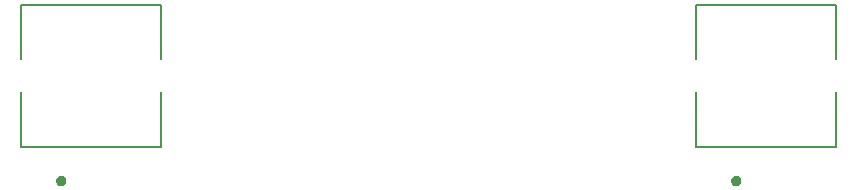
<source format=gbr>
G04 EAGLE Gerber RS-274X export*
G75*
%MOMM*%
%FSLAX34Y34*%
%LPD*%
%INSilkscreen Top*%
%IPPOS*%
%AMOC8*
5,1,8,0,0,1.08239X$1,22.5*%
G01*
%ADD10C,0.127000*%
%ADD11C,0.400000*%


D10*
X131500Y748030D02*
X131500Y702000D01*
X249500Y702000D01*
X249500Y748030D01*
X249500Y775970D02*
X249500Y822000D01*
X131500Y822000D01*
X131500Y775970D01*
D11*
X163100Y673100D02*
X163102Y673189D01*
X163108Y673278D01*
X163118Y673367D01*
X163132Y673455D01*
X163149Y673542D01*
X163171Y673628D01*
X163197Y673714D01*
X163226Y673798D01*
X163259Y673881D01*
X163295Y673962D01*
X163336Y674042D01*
X163379Y674119D01*
X163426Y674195D01*
X163477Y674268D01*
X163530Y674339D01*
X163587Y674408D01*
X163647Y674474D01*
X163710Y674538D01*
X163775Y674598D01*
X163843Y674656D01*
X163914Y674710D01*
X163987Y674761D01*
X164062Y674809D01*
X164139Y674854D01*
X164218Y674895D01*
X164299Y674932D01*
X164381Y674966D01*
X164465Y674997D01*
X164550Y675023D01*
X164636Y675046D01*
X164723Y675064D01*
X164811Y675079D01*
X164900Y675090D01*
X164989Y675097D01*
X165078Y675100D01*
X165167Y675099D01*
X165256Y675094D01*
X165344Y675085D01*
X165433Y675072D01*
X165520Y675055D01*
X165607Y675035D01*
X165693Y675010D01*
X165777Y674982D01*
X165860Y674950D01*
X165942Y674914D01*
X166022Y674875D01*
X166100Y674832D01*
X166176Y674786D01*
X166250Y674736D01*
X166322Y674683D01*
X166391Y674627D01*
X166458Y674568D01*
X166522Y674506D01*
X166583Y674442D01*
X166642Y674374D01*
X166697Y674304D01*
X166749Y674232D01*
X166798Y674157D01*
X166843Y674081D01*
X166885Y674002D01*
X166923Y673922D01*
X166958Y673840D01*
X166989Y673756D01*
X167017Y673671D01*
X167040Y673585D01*
X167060Y673498D01*
X167076Y673411D01*
X167088Y673322D01*
X167096Y673234D01*
X167100Y673145D01*
X167100Y673055D01*
X167096Y672966D01*
X167088Y672878D01*
X167076Y672789D01*
X167060Y672702D01*
X167040Y672615D01*
X167017Y672529D01*
X166989Y672444D01*
X166958Y672360D01*
X166923Y672278D01*
X166885Y672198D01*
X166843Y672119D01*
X166798Y672043D01*
X166749Y671968D01*
X166697Y671896D01*
X166642Y671826D01*
X166583Y671758D01*
X166522Y671694D01*
X166458Y671632D01*
X166391Y671573D01*
X166322Y671517D01*
X166250Y671464D01*
X166176Y671414D01*
X166100Y671368D01*
X166022Y671325D01*
X165942Y671286D01*
X165860Y671250D01*
X165777Y671218D01*
X165693Y671190D01*
X165607Y671165D01*
X165520Y671145D01*
X165433Y671128D01*
X165344Y671115D01*
X165256Y671106D01*
X165167Y671101D01*
X165078Y671100D01*
X164989Y671103D01*
X164900Y671110D01*
X164811Y671121D01*
X164723Y671136D01*
X164636Y671154D01*
X164550Y671177D01*
X164465Y671203D01*
X164381Y671234D01*
X164299Y671268D01*
X164218Y671305D01*
X164139Y671346D01*
X164062Y671391D01*
X163987Y671439D01*
X163914Y671490D01*
X163843Y671544D01*
X163775Y671602D01*
X163710Y671662D01*
X163647Y671726D01*
X163587Y671792D01*
X163530Y671861D01*
X163477Y671932D01*
X163426Y672005D01*
X163379Y672081D01*
X163336Y672158D01*
X163295Y672238D01*
X163259Y672319D01*
X163226Y672402D01*
X163197Y672486D01*
X163171Y672572D01*
X163149Y672658D01*
X163132Y672745D01*
X163118Y672833D01*
X163108Y672922D01*
X163102Y673011D01*
X163100Y673100D01*
D10*
X703000Y702000D02*
X703000Y748030D01*
X703000Y702000D02*
X821000Y702000D01*
X821000Y748030D01*
X821000Y775970D02*
X821000Y822000D01*
X703000Y822000D01*
X703000Y775970D01*
D11*
X734600Y673100D02*
X734602Y673189D01*
X734608Y673278D01*
X734618Y673367D01*
X734632Y673455D01*
X734649Y673542D01*
X734671Y673628D01*
X734697Y673714D01*
X734726Y673798D01*
X734759Y673881D01*
X734795Y673962D01*
X734836Y674042D01*
X734879Y674119D01*
X734926Y674195D01*
X734977Y674268D01*
X735030Y674339D01*
X735087Y674408D01*
X735147Y674474D01*
X735210Y674538D01*
X735275Y674598D01*
X735343Y674656D01*
X735414Y674710D01*
X735487Y674761D01*
X735562Y674809D01*
X735639Y674854D01*
X735718Y674895D01*
X735799Y674932D01*
X735881Y674966D01*
X735965Y674997D01*
X736050Y675023D01*
X736136Y675046D01*
X736223Y675064D01*
X736311Y675079D01*
X736400Y675090D01*
X736489Y675097D01*
X736578Y675100D01*
X736667Y675099D01*
X736756Y675094D01*
X736844Y675085D01*
X736933Y675072D01*
X737020Y675055D01*
X737107Y675035D01*
X737193Y675010D01*
X737277Y674982D01*
X737360Y674950D01*
X737442Y674914D01*
X737522Y674875D01*
X737600Y674832D01*
X737676Y674786D01*
X737750Y674736D01*
X737822Y674683D01*
X737891Y674627D01*
X737958Y674568D01*
X738022Y674506D01*
X738083Y674442D01*
X738142Y674374D01*
X738197Y674304D01*
X738249Y674232D01*
X738298Y674157D01*
X738343Y674081D01*
X738385Y674002D01*
X738423Y673922D01*
X738458Y673840D01*
X738489Y673756D01*
X738517Y673671D01*
X738540Y673585D01*
X738560Y673498D01*
X738576Y673411D01*
X738588Y673322D01*
X738596Y673234D01*
X738600Y673145D01*
X738600Y673055D01*
X738596Y672966D01*
X738588Y672878D01*
X738576Y672789D01*
X738560Y672702D01*
X738540Y672615D01*
X738517Y672529D01*
X738489Y672444D01*
X738458Y672360D01*
X738423Y672278D01*
X738385Y672198D01*
X738343Y672119D01*
X738298Y672043D01*
X738249Y671968D01*
X738197Y671896D01*
X738142Y671826D01*
X738083Y671758D01*
X738022Y671694D01*
X737958Y671632D01*
X737891Y671573D01*
X737822Y671517D01*
X737750Y671464D01*
X737676Y671414D01*
X737600Y671368D01*
X737522Y671325D01*
X737442Y671286D01*
X737360Y671250D01*
X737277Y671218D01*
X737193Y671190D01*
X737107Y671165D01*
X737020Y671145D01*
X736933Y671128D01*
X736844Y671115D01*
X736756Y671106D01*
X736667Y671101D01*
X736578Y671100D01*
X736489Y671103D01*
X736400Y671110D01*
X736311Y671121D01*
X736223Y671136D01*
X736136Y671154D01*
X736050Y671177D01*
X735965Y671203D01*
X735881Y671234D01*
X735799Y671268D01*
X735718Y671305D01*
X735639Y671346D01*
X735562Y671391D01*
X735487Y671439D01*
X735414Y671490D01*
X735343Y671544D01*
X735275Y671602D01*
X735210Y671662D01*
X735147Y671726D01*
X735087Y671792D01*
X735030Y671861D01*
X734977Y671932D01*
X734926Y672005D01*
X734879Y672081D01*
X734836Y672158D01*
X734795Y672238D01*
X734759Y672319D01*
X734726Y672402D01*
X734697Y672486D01*
X734671Y672572D01*
X734649Y672658D01*
X734632Y672745D01*
X734618Y672833D01*
X734608Y672922D01*
X734602Y673011D01*
X734600Y673100D01*
M02*

</source>
